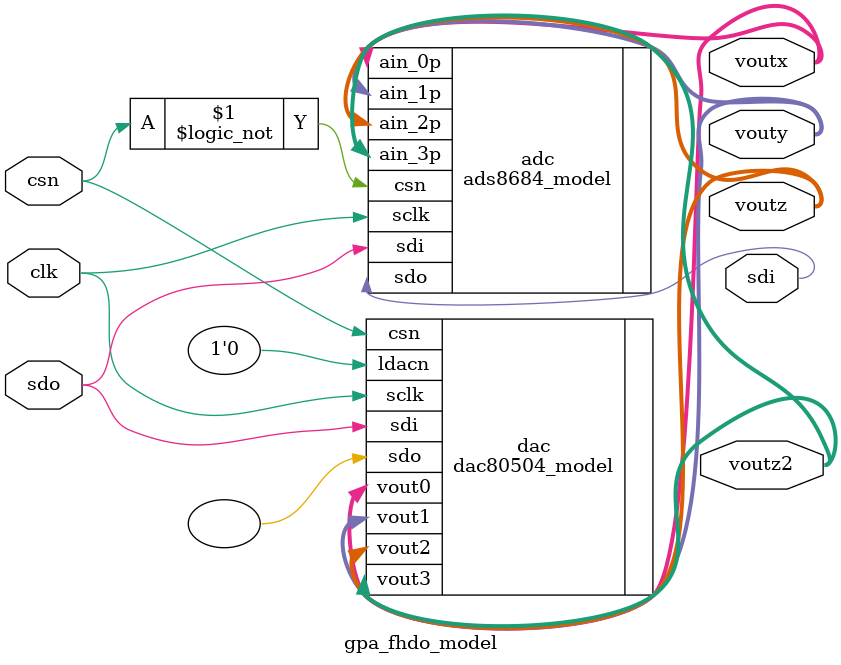
<source format=v>

`ifndef _GPA_FHDO_MODEL_
 `define _GPA_FHDO_MODEL_

 `include "dac80504_model.v"
 `include "ads8684_model.v"

 `timescale 1ns/1ns

module gpa_fhdo_model(
		      input clk,
		      input csn,
		      input sdo,
		      output sdi,

		      output [15:0] voutx, vouty, voutz, voutz2
		      );

   dac80504_model dac(
		      .ldacn(1'b0),
		      .csn(csn),
		      .sclk(clk),
		      .sdi(sdo),
		      .sdo(),

		      .vout0(voutx),
		      .vout1(vouty),
		      .vout2(voutz),
		      .vout3(voutz2)
		      );

   ads8684_model adc(
		     .csn(!csn),
		     .sclk(clk),
		     .sdi(sdo),
		     .sdo(sdi),
		     
		     .ain_0p(voutx),
		     .ain_1p(vouty),
		     .ain_2p(voutz),
		     .ain_3p(voutz2));
		     
endmodule // gpa_fhdo_model
`endif //  `ifndef _GPA_FHDO_MODEL_

</source>
